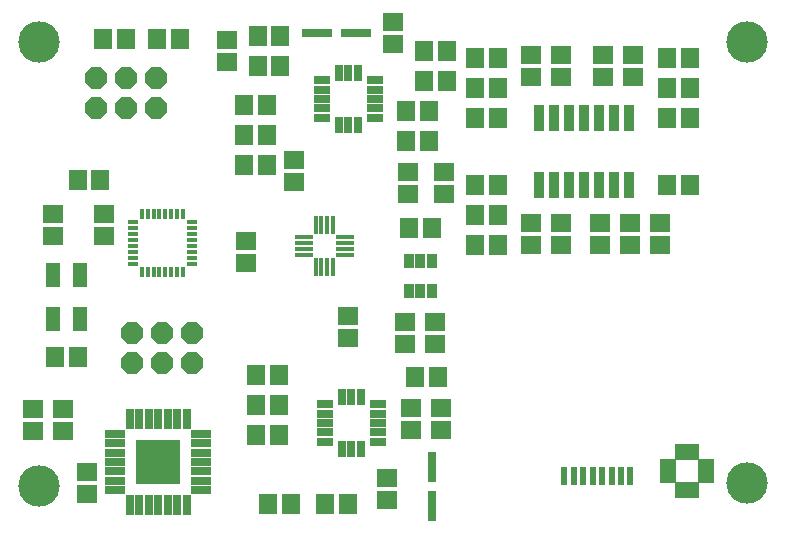
<source format=gts>
G75*
G70*
%OFA0B0*%
%FSLAX24Y24*%
%IPPOS*%
%LPD*%
%AMOC8*
5,1,8,0,0,1.08239X$1,22.5*
%
%ADD10R,0.0178X0.0336*%
%ADD11R,0.0336X0.0178*%
%ADD12R,0.0671X0.0592*%
%ADD13R,0.0592X0.0671*%
%ADD14OC8,0.0720*%
%ADD15R,0.0513X0.0828*%
%ADD16R,0.0533X0.0190*%
%ADD17R,0.0190X0.0533*%
%ADD18R,0.0340X0.0880*%
%ADD19R,0.0356X0.0474*%
%ADD20R,0.0225X0.0600*%
%ADD21R,0.0580X0.0280*%
%ADD22R,0.0280X0.0580*%
%ADD23R,0.0592X0.0178*%
%ADD24R,0.0178X0.0592*%
%ADD25C,0.1380*%
%ADD26R,0.0671X0.0277*%
%ADD27R,0.0277X0.0671*%
%ADD28R,0.1458X0.1458*%
%ADD29R,0.0277X0.0986*%
%ADD30R,0.0986X0.0277*%
D10*
X006948Y012728D03*
X007145Y012728D03*
X007341Y012728D03*
X007538Y012728D03*
X007735Y012728D03*
X007932Y012728D03*
X008129Y012728D03*
X008326Y012728D03*
X008326Y014677D03*
X008129Y014677D03*
X007932Y014677D03*
X007735Y014677D03*
X007538Y014677D03*
X007341Y014677D03*
X007145Y014677D03*
X006948Y014677D03*
D11*
X006662Y014392D03*
X006662Y014195D03*
X006662Y013998D03*
X006662Y013801D03*
X006662Y013604D03*
X006662Y013408D03*
X006662Y013211D03*
X006662Y013014D03*
X008611Y013014D03*
X008611Y013211D03*
X008611Y013408D03*
X008611Y013604D03*
X008611Y013801D03*
X008611Y013998D03*
X008611Y014195D03*
X008611Y014392D03*
D12*
X010437Y013777D03*
X010437Y013029D03*
X013837Y011277D03*
X013837Y010529D03*
X015737Y010329D03*
X016737Y010329D03*
X016737Y011077D03*
X015737Y011077D03*
X019937Y013629D03*
X020937Y013629D03*
X020937Y014377D03*
X019937Y014377D03*
X022237Y014377D03*
X023237Y014377D03*
X024237Y014377D03*
X024237Y013629D03*
X023237Y013629D03*
X022237Y013629D03*
X017037Y015329D03*
X017037Y016077D03*
X015837Y016077D03*
X015837Y015329D03*
X012037Y015729D03*
X012037Y016477D03*
X009797Y019729D03*
X009797Y020477D03*
X015337Y020329D03*
X015337Y021077D03*
X019937Y019977D03*
X019937Y019229D03*
X020937Y019229D03*
X020937Y019977D03*
X022337Y019977D03*
X022337Y019229D03*
X023337Y019229D03*
X023337Y019977D03*
X005687Y014677D03*
X005687Y013929D03*
X003984Y013929D03*
X003984Y014677D03*
X004337Y008177D03*
X003337Y008177D03*
X003337Y007429D03*
X004337Y007429D03*
X005111Y006077D03*
X005111Y005329D03*
X015137Y005129D03*
X015137Y005877D03*
X015937Y007469D03*
X016937Y007469D03*
X016937Y008217D03*
X015937Y008217D03*
D13*
X016063Y009243D03*
X016811Y009243D03*
X011511Y009303D03*
X010763Y009303D03*
X010763Y008303D03*
X011511Y008303D03*
X011511Y007303D03*
X010763Y007303D03*
X011163Y005003D03*
X011911Y005003D03*
X013063Y005003D03*
X013811Y005003D03*
X004811Y009903D03*
X004063Y009903D03*
X004813Y015803D03*
X005561Y015803D03*
X010363Y016303D03*
X011111Y016303D03*
X011111Y017303D03*
X010363Y017303D03*
X010363Y018303D03*
X011111Y018303D03*
X010823Y019603D03*
X011571Y019603D03*
X011571Y020603D03*
X010823Y020603D03*
X008211Y020503D03*
X007463Y020503D03*
X006411Y020503D03*
X005663Y020503D03*
X015763Y018103D03*
X016511Y018103D03*
X016363Y019103D03*
X017111Y019103D03*
X018063Y018883D03*
X018811Y018883D03*
X018811Y017883D03*
X018063Y017883D03*
X016511Y017103D03*
X015763Y017103D03*
X018063Y015648D03*
X018811Y015648D03*
X018811Y014648D03*
X018063Y014648D03*
X016611Y014203D03*
X015863Y014203D03*
X018063Y013648D03*
X018811Y013648D03*
X024463Y015648D03*
X025211Y015648D03*
X025211Y017883D03*
X024463Y017883D03*
X024463Y018883D03*
X025211Y018883D03*
X025211Y019883D03*
X024463Y019883D03*
X018811Y019883D03*
X018063Y019883D03*
X017111Y020103D03*
X016363Y020103D03*
D14*
X007437Y019203D03*
X006437Y019203D03*
X005437Y019203D03*
X005437Y018203D03*
X006437Y018203D03*
X007437Y018203D03*
X007629Y010703D03*
X008629Y010703D03*
X008629Y009703D03*
X007629Y009703D03*
X006629Y009703D03*
X006629Y010703D03*
D15*
X004889Y011174D03*
X003984Y011174D03*
X003984Y012631D03*
X004889Y012631D03*
D16*
X024489Y006389D03*
X024489Y006192D03*
X024489Y005995D03*
X024489Y005798D03*
X025765Y005798D03*
X025765Y005995D03*
X025765Y006192D03*
X025765Y006389D03*
D17*
X025423Y006731D03*
X025226Y006731D03*
X025029Y006731D03*
X024832Y006731D03*
X024832Y005456D03*
X025029Y005456D03*
X025226Y005456D03*
X025423Y005456D03*
D18*
X023187Y015648D03*
X022687Y015648D03*
X022187Y015648D03*
X021687Y015648D03*
X021187Y015648D03*
X020687Y015648D03*
X020187Y015648D03*
X020187Y017883D03*
X020687Y017883D03*
X021187Y017883D03*
X021687Y017883D03*
X022187Y017883D03*
X022687Y017883D03*
X023187Y017883D03*
D19*
X016611Y013115D03*
X016237Y013115D03*
X015863Y013115D03*
X015863Y012091D03*
X016237Y012091D03*
X016611Y012091D03*
D20*
X021032Y005943D03*
X021347Y005943D03*
X021662Y005943D03*
X021977Y005943D03*
X022292Y005943D03*
X022607Y005943D03*
X022922Y005943D03*
X023237Y005943D03*
D21*
X014817Y007083D03*
X014817Y007393D03*
X014817Y007703D03*
X014817Y008013D03*
X014817Y008323D03*
X013057Y008323D03*
X013057Y008013D03*
X013057Y007703D03*
X013057Y007393D03*
X013057Y007083D03*
X012957Y017883D03*
X012957Y018193D03*
X012957Y018503D03*
X012957Y018813D03*
X012957Y019123D03*
X014717Y019123D03*
X014717Y018813D03*
X014717Y018503D03*
X014717Y018193D03*
X014717Y017883D03*
D22*
X014147Y017623D03*
X013837Y017623D03*
X013527Y017623D03*
X013527Y019383D03*
X013837Y019383D03*
X014147Y019383D03*
X014247Y008583D03*
X013937Y008583D03*
X013627Y008583D03*
X013627Y006823D03*
X013937Y006823D03*
X014247Y006823D03*
D23*
X013726Y013308D03*
X013726Y013504D03*
X013726Y013701D03*
X013726Y013898D03*
X012348Y013898D03*
X012348Y013701D03*
X012348Y013504D03*
X012348Y013308D03*
D24*
X012741Y012914D03*
X012938Y012914D03*
X013135Y012914D03*
X013332Y012914D03*
X013332Y014292D03*
X013135Y014292D03*
X012938Y014292D03*
X012741Y014292D03*
D25*
X003537Y020403D03*
X003537Y005603D03*
X027137Y005703D03*
X027137Y020403D03*
D26*
X008936Y007348D03*
X008936Y007033D03*
X008936Y006718D03*
X008936Y006403D03*
X008936Y006088D03*
X008936Y005773D03*
X008936Y005458D03*
X006062Y005458D03*
X006062Y005773D03*
X006062Y006088D03*
X006062Y006403D03*
X006062Y006718D03*
X006062Y007033D03*
X006062Y007348D03*
D27*
X006554Y004966D03*
X006869Y004966D03*
X007184Y004966D03*
X007499Y004966D03*
X007814Y004966D03*
X008129Y004966D03*
X008444Y004966D03*
X008444Y007840D03*
X008129Y007840D03*
X007814Y007840D03*
X007499Y007840D03*
X007184Y007840D03*
X006869Y007840D03*
X006554Y007840D03*
D28*
X007499Y006403D03*
D29*
X016637Y006252D03*
X016637Y004953D03*
D30*
X014086Y020703D03*
X012787Y020703D03*
M02*

</source>
